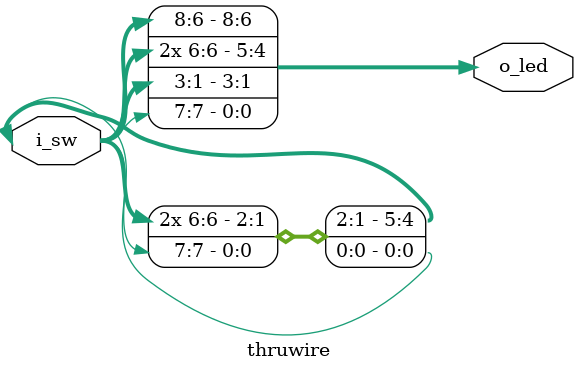
<source format=v>
`default_nettype none


module thruwire(i_sw, o_led);
   input wire [8:0] i_sw;
   output wire [8:0] o_led;


   assign o_led[7] = i_sw[0];
   assign o_led[6:5] = i_sw[5:4];
   
   assign o_led = i_sw;

endmodule

// Local Variables:
// mode: verilog
// End:

</source>
